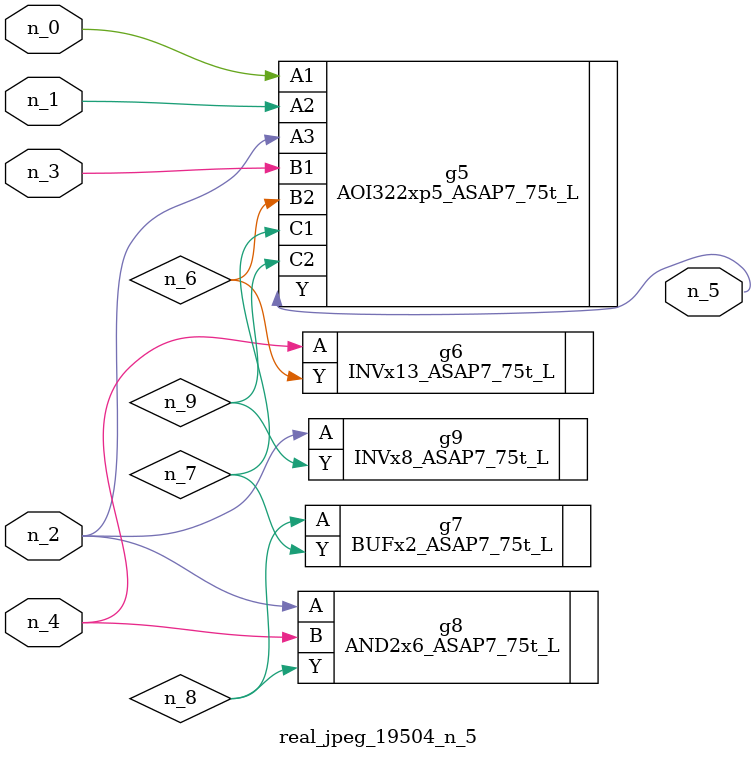
<source format=v>
module real_jpeg_19504_n_5 (n_4, n_0, n_1, n_2, n_3, n_5);

input n_4;
input n_0;
input n_1;
input n_2;
input n_3;

output n_5;

wire n_8;
wire n_6;
wire n_7;
wire n_9;

AOI322xp5_ASAP7_75t_L g5 ( 
.A1(n_0),
.A2(n_1),
.A3(n_2),
.B1(n_3),
.B2(n_6),
.C1(n_7),
.C2(n_9),
.Y(n_5)
);

AND2x6_ASAP7_75t_L g8 ( 
.A(n_2),
.B(n_4),
.Y(n_8)
);

INVx8_ASAP7_75t_L g9 ( 
.A(n_2),
.Y(n_9)
);

INVx13_ASAP7_75t_L g6 ( 
.A(n_4),
.Y(n_6)
);

BUFx2_ASAP7_75t_L g7 ( 
.A(n_8),
.Y(n_7)
);


endmodule
</source>
